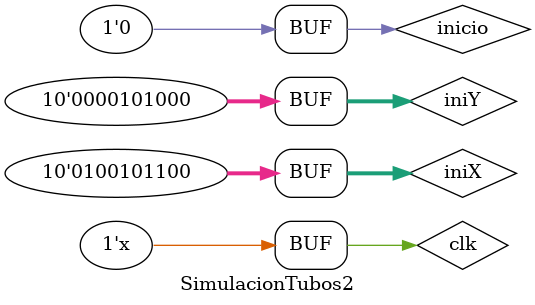
<source format=v>
`timescale 1ns / 1ps


module SimulacionTubos2;

	// Inputs
	reg clk;
	reg inicio;
	reg [9:0] iniY;
	reg [9:0] iniX;

	// Outputs
	wire termina;
	wire [9:0] posy;
	wire [9:0] posx;

	// Instantiate the Unit Under Test (UUT)
	FSM_Tubo2 uut (
		.clk(clk), 
		.inicio(inicio), 
		.iniY(iniY), 
		.iniX(iniX), 
		.termina(termina), 
		.posy(posy), 
		.posx(posx)
	);

	initial begin
		// Initialize Inputs
		clk = 0;
		inicio = 0;
		iniY = 0;
		iniX = 0;

		// Wait 100 ns for global reset to finish
		#40;
        
		  
		inicio = 1;
		iniY = 40;
		iniX = 300;

	  #100;
	  
	   inicio = 0;
		iniY = 40;
		iniX = 300;
	  
		
		// Add stimulus here

	end
      
		always begin #20 clk = ~clk; end
		
		
endmodule


</source>
